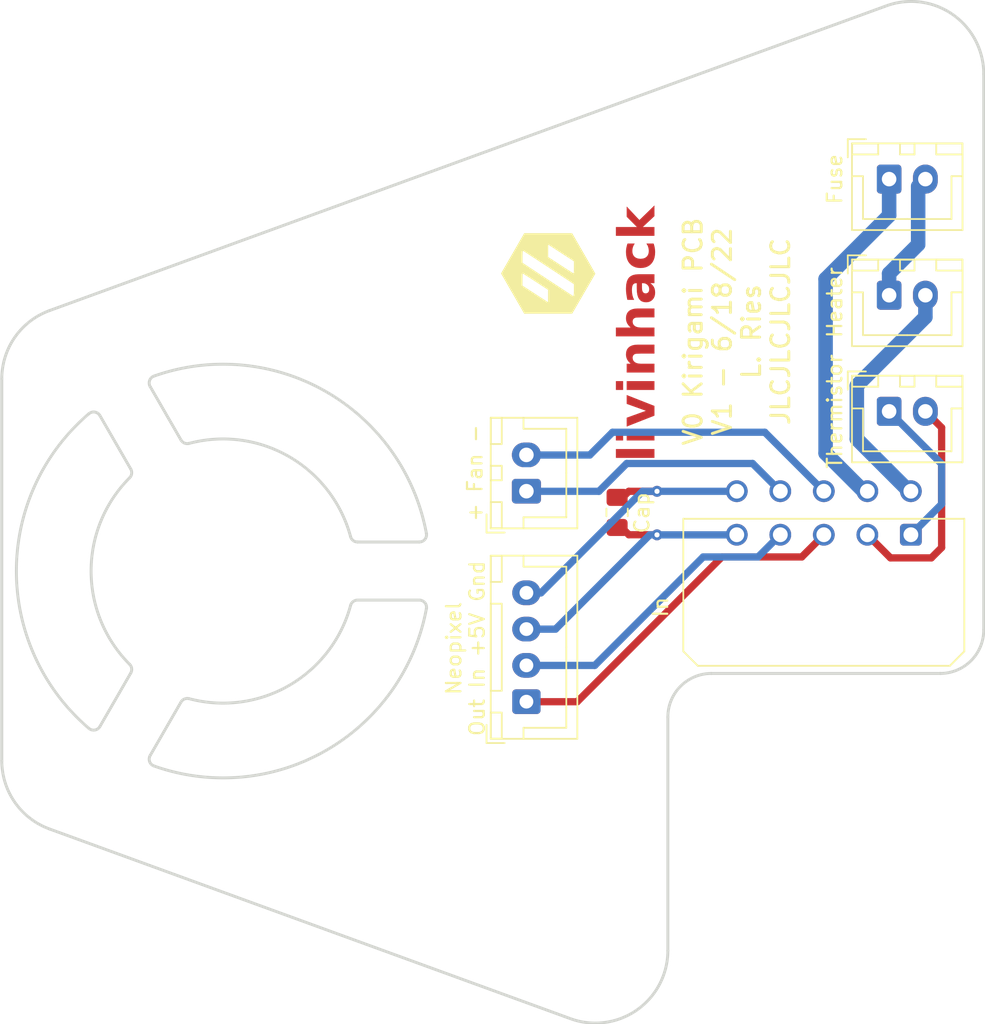
<source format=kicad_pcb>
(kicad_pcb (version 20221018) (generator pcbnew)
  (layers (0 "F.Cu" signal) (31 "B.Cu" signal) (34 "B.Paste" user) (35 "F.Paste" user) (36 "B.SilkS" user "B.Silkscreen") (37 "F.SilkS" user "F.Silkscreen") (38 "B.Mask" user) (39 "F.Mask" user) (44 "Edge.Cuts" user))
  (net 0 "")
  (net 1 "/Thermistor-Pad1")
  (net 2 "/Thermistor-Pad2")
  (net 3 "/Heater-Pad2")
  (net 4 "/Fuse")
  (net 5 "/Fan-")
  (net 6 "/Fan+")
  (net 7 "/NeopixelGND")
  (net 8 "/DataIn")
  (net 9 "/DataOut")
  (net 10 "/Neopixel5v")
  (net 11 "/Heater-Pad1")
  (footprint "MountingHole:MountingHole_3.2mm_M3" (layer "F.Cu") (at 187.719999 83.9)
    (fp_text reference "H1" hide)
    (fp_text value "MountingHole_3.2mm_M3" hide)
    (pad "" np_thru_hole circle (at 0 0) (size 3.2 3.2) (drill 3.2) (layers "*.Cu" "*.Mask"))
  )
  (footprint "Connector_JST:JST_XH_B2B-XH-A_1x02_P2.50mm_Vertical" (layer "F.Cu") (at 201.5 59 90)
    (fp_text reference "J5" hide)
    (fp_text value "Fan" hide)
    (fp_line (start -2.85 -2.75) (end -2.85 -1.5) (stroke (width 0.12)) (layer "F.SilkS"))
    (fp_line (start -2.56 -2.46) (end -2.56 3.51) (stroke (width 0.12)) (layer "F.SilkS"))
    (fp_line (start -2.56 3.51) (end 5.06 3.51) (stroke (width 0.12)) (layer "F.SilkS"))
    (fp_line (start -2.55 -2.45) (end -2.55 -1.7) (stroke (width 0.12)) (layer "F.SilkS"))
    (fp_line (start -2.55 -1.7) (end -0.75 -1.7) (stroke (width 0.12)) (layer "F.SilkS"))
    (fp_line (start -2.55 -0.2) (end -1.8 -0.2) (stroke (width 0.12)) (layer "F.SilkS"))
    (fp_line (start -1.8 -0.2) (end -1.8 2.75) (stroke (width 0.12)) (layer "F.SilkS"))
    (fp_line (start -1.8 2.75) (end 1.25 2.75) (stroke (width 0.12)) (layer "F.SilkS"))
    (fp_line (start -1.6 -2.75) (end -2.85 -2.75) (stroke (width 0.12)) (layer "F.SilkS"))
    (fp_line (start -0.75 -2.45) (end -2.55 -2.45) (stroke (width 0.12)) (layer "F.SilkS"))
    (fp_line (start -0.75 -1.7) (end -0.75 -2.45) (stroke (width 0.12)) (layer "F.SilkS"))
    (fp_line (start 0.75 -2.45) (end 0.75 -1.7) (stroke (width 0.12)) (layer "F.SilkS"))
    (fp_line (start 0.75 -1.7) (end 1.75 -1.7) (stroke (width 0.12)) (layer "F.SilkS"))
    (fp_line (start 1.75 -2.45) (end 0.75 -2.45) (stroke (width 0.12)) (layer "F.SilkS"))
    (fp_line (start 1.75 -1.7) (end 1.75 -2.45) (stroke (width 0.12)) (layer "F.SilkS"))
    (fp_line (start 3.25 -2.45) (end 3.25 -1.7) (stroke (width 0.12)) (layer "F.SilkS"))
    (fp_line (start 3.25 -1.7) (end 5.05 -1.7) (stroke (width 0.12)) (layer "F.SilkS"))
    (fp_line (start 4.3 -0.2) (end 4.3 2.75) (stroke (width 0.12)) (layer "F.SilkS"))
    (fp_line (start 4.3 2.75) (end 1.25 2.75) (stroke (width 0.12)) (layer "F.SilkS"))
    (fp_line (start 5.05 -2.45) (end 3.25 -2.45) (stroke (width 0.12)) (layer "F.SilkS"))
    (fp_line (start 5.05 -1.7) (end 5.05 -2.45) (stroke (width 0.12)) (layer "F.SilkS"))
    (fp_line (start 5.05 -0.2) (end 4.3 -0.2) (stroke (width 0.12)) (layer "F.SilkS"))
    (fp_line (start 5.06 -2.46) (end -2.56 -2.46) (stroke (width 0.12)) (layer "F.SilkS"))
    (fp_line (start 5.06 3.51) (end 5.06 -2.46) (stroke (width 0.12)) (layer "F.SilkS"))
    (pad "1" thru_hole roundrect (at 0 0 90) (size 1.7 2) (drill 1) (layers "*.Cu" "*.Mask") (roundrect_rratio 0.1470588235) (net 6 "/Fan+"))
    (pad "2" thru_hole oval (at 2.5 0 90) (size 1.7 2) (drill 1) (layers "*.Cu" "*.Mask") (net 5 "/Fan-"))
  )
  (footprint "Connector_JST:JST_XH_B2B-XH-A_1x02_P2.50mm_Vertical" (layer "F.Cu") (at 226.5 37.5)
    (fp_text reference "J4" hide)
    (fp_text value "Fuse" hide)
    (fp_line (start -2.85 -2.75) (end -2.85 -1.5) (stroke (width 0.12)) (layer "F.SilkS"))
    (fp_line (start -2.56 -2.46) (end -2.56 3.51) (stroke (width 0.12)) (layer "F.SilkS"))
    (fp_line (start -2.56 3.51) (end 5.06 3.51) (stroke (width 0.12)) (layer "F.SilkS"))
    (fp_line (start -2.55 -2.45) (end -2.55 -1.7) (stroke (width 0.12)) (layer "F.SilkS"))
    (fp_line (start -2.55 -1.7) (end -0.75 -1.7) (stroke (width 0.12)) (layer "F.SilkS"))
    (fp_line (start -2.55 -0.2) (end -1.8 -0.2) (stroke (width 0.12)) (layer "F.SilkS"))
    (fp_line (start -1.8 -0.2) (end -1.8 2.75) (stroke (width 0.12)) (layer "F.SilkS"))
    (fp_line (start -1.8 2.75) (end 1.25 2.75) (stroke (width 0.12)) (layer "F.SilkS"))
    (fp_line (start -1.6 -2.75) (end -2.85 -2.75) (stroke (width 0.12)) (layer "F.SilkS"))
    (fp_line (start -0.75 -2.45) (end -2.55 -2.45) (stroke (width 0.12)) (layer "F.SilkS"))
    (fp_line (start -0.75 -1.7) (end -0.75 -2.45) (stroke (width 0.12)) (layer "F.SilkS"))
    (fp_line (start 0.75 -2.45) (end 0.75 -1.7) (stroke (width 0.12)) (layer "F.SilkS"))
    (fp_line (start 0.75 -1.7) (end 1.75 -1.7) (stroke (width 0.12)) (layer "F.SilkS"))
    (fp_line (start 1.75 -2.45) (end 0.75 -2.45) (stroke (width 0.12)) (layer "F.SilkS"))
    (fp_line (start 1.75 -1.7) (end 1.75 -2.45) (stroke (width 0.12)) (layer "F.SilkS"))
    (fp_line (start 3.25 -2.45) (end 3.25 -1.7) (stroke (width 0.12)) (layer "F.SilkS"))
    (fp_line (start 3.25 -1.7) (end 5.05 -1.7) (stroke (width 0.12)) (layer "F.SilkS"))
    (fp_line (start 4.3 -0.2) (end 4.3 2.75) (stroke (width 0.12)) (layer "F.SilkS"))
    (fp_line (start 4.3 2.75) (end 1.25 2.75) (stroke (width 0.12)) (layer "F.SilkS"))
    (fp_line (start 5.05 -2.45) (end 3.25 -2.45) (stroke (width 0.12)) (layer "F.SilkS"))
    (fp_line (start 5.05 -1.7) (end 5.05 -2.45) (stroke (width 0.12)) (layer "F.SilkS"))
    (fp_line (start 5.05 -0.2) (end 4.3 -0.2) (stroke (width 0.12)) (layer "F.SilkS"))
    (fp_line (start 5.06 -2.46) (end -2.56 -2.46) (stroke (width 0.12)) (layer "F.SilkS"))
    (fp_line (start 5.06 3.51) (end 5.06 -2.46) (stroke (width 0.12)) (layer "F.SilkS"))
    (pad "1" thru_hole roundrect (at 0 0) (size 1.7 2) (drill 1) (layers "*.Cu" "*.Mask") (roundrect_rratio 0.1470588235) (net 4 "/Fuse"))
    (pad "2" thru_hole oval (at 2.5 0) (size 1.7 2) (drill 1) (layers "*.Cu" "*.Mask") (net 11 "/Heater-Pad1"))
  )
  (footprint "Connector_JST:JST_XH_B4B-XH-A_1x04_P2.50mm_Vertical" (layer "F.Cu") (at 201.5 73.5 90)
    (fp_text reference "J6" hide)
    (fp_text value "Neopixel" hide)
    (fp_line (start -2.85 -2.75) (end -2.85 -1.5) (stroke (width 0.12)) (layer "F.SilkS"))
    (fp_line (start -2.56 -2.46) (end -2.56 3.51) (stroke (width 0.12)) (layer "F.SilkS"))
    (fp_line (start -2.56 3.51) (end 10.06 3.51) (stroke (width 0.12)) (layer "F.SilkS"))
    (fp_line (start -2.55 -2.45) (end -2.55 -1.7) (stroke (width 0.12)) (layer "F.SilkS"))
    (fp_line (start -2.55 -1.7) (end -0.75 -1.7) (stroke (width 0.12)) (layer "F.SilkS"))
    (fp_line (start -2.55 -0.2) (end -1.8 -0.2) (stroke (width 0.12)) (layer "F.SilkS"))
    (fp_line (start -1.8 -0.2) (end -1.8 2.75) (stroke (width 0.12)) (layer "F.SilkS"))
    (fp_line (start -1.8 2.75) (end 3.75 2.75) (stroke (width 0.12)) (layer "F.SilkS"))
    (fp_line (start -1.6 -2.75) (end -2.85 -2.75) (stroke (width 0.12)) (layer "F.SilkS"))
    (fp_line (start -0.75 -2.45) (end -2.55 -2.45) (stroke (width 0.12)) (layer "F.SilkS"))
    (fp_line (start -0.75 -1.7) (end -0.75 -2.45) (stroke (width 0.12)) (layer "F.SilkS"))
    (fp_line (start 0.75 -2.45) (end 0.75 -1.7) (stroke (width 0.12)) (layer "F.SilkS"))
    (fp_line (start 0.75 -1.7) (end 6.75 -1.7) (stroke (width 0.12)) (layer "F.SilkS"))
    (fp_line (start 6.75 -2.45) (end 0.75 -2.45) (stroke (width 0.12)) (layer "F.SilkS"))
    (fp_line (start 6.75 -1.7) (end 6.75 -2.45) (stroke (width 0.12)) (layer "F.SilkS"))
    (fp_line (start 8.25 -2.45) (end 8.25 -1.7) (stroke (width 0.12)) (layer "F.SilkS"))
    (fp_line (start 8.25 -1.7) (end 10.05 -1.7) (stroke (width 0.12)) (layer "F.SilkS"))
    (fp_line (start 9.3 -0.2) (end 9.3 2.75) (stroke (width 0.12)) (layer "F.SilkS"))
    (fp_line (start 9.3 2.75) (end 3.75 2.75) (stroke (width 0.12)) (layer "F.SilkS"))
    (fp_line (start 10.05 -2.45) (end 8.25 -2.45) (stroke (width 0.12)) (layer "F.SilkS"))
    (fp_line (start 10.05 -1.7) (end 10.05 -2.45) (stroke (width 0.12)) (layer "F.SilkS"))
    (fp_line (start 10.05 -0.2) (end 9.3 -0.2) (stroke (width 0.12)) (layer "F.SilkS"))
    (fp_line (start 10.06 -2.46) (end -2.56 -2.46) (stroke (width 0.12)) (layer "F.SilkS"))
    (fp_line (start 10.06 3.51) (end 10.06 -2.46) (stroke (width 0.12)) (layer "F.SilkS"))
    (pad "1" thru_hole roundrect (at 0 0 90) (size 1.7 1.95) (drill 0.95) (layers "*.Cu" "*.Mask") (roundrect_rratio 0.1470588235) (net 9 "/DataOut"))
    (pad "2" thru_hole oval (at 2.5 0 90) (size 1.7 1.95) (drill 0.95) (layers "*.Cu" "*.Mask") (net 8 "/DataIn"))
    (pad "3" thru_hole oval (at 5 0 90) (size 1.7 1.95) (drill 0.95) (layers "*.Cu" "*.Mask") (net 10 "/Neopixel5v"))
    (pad "4" thru_hole oval (at 7.5 0 90) (size 1.7 1.95) (drill 0.95) (layers "*.Cu" "*.Mask") (net 7 "/NeopixelGND"))
  )
  (footprint "MountingHole:MountingHole_3.2mm_M3" (layer "F.Cu") (at 192.489999 76.4)
    (fp_text reference "H6" hide)
    (fp_text value "MountingHole_3.2mm_M3" hide)
    (pad "" np_thru_hole circle (at 0 0) (size 3.2 3.2) (drill 3.2) (layers "*.Cu" "*.Mask"))
  )
  (footprint "MountingHole:MountingHole_3.2mm_M3" (layer "F.Cu") (at 192.489999 52.6)
    (fp_text reference "H8" hide)
    (fp_text value "MountingHole_3.2mm_M3" hide)
    (pad "" np_thru_hole circle (at 0 0) (size 3.2 3.2) (drill 3.2) (layers "*.Cu" "*.Mask"))
  )
  (footprint "Connector_JST:JST_XH_B2B-XH-A_1x02_P2.50mm_Vertical" (layer "F.Cu") (at 226.5 53.5)
    (fp_text reference "J2" hide)
    (fp_text value "Thermistor" hide)
    (fp_line (start -2.85 -2.75) (end -2.85 -1.5) (stroke (width 0.12)) (layer "F.SilkS"))
    (fp_line (start -2.56 -2.46) (end -2.56 3.51) (stroke (width 0.12)) (layer "F.SilkS"))
    (fp_line (start -2.56 3.51) (end 5.06 3.51) (stroke (width 0.12)) (layer "F.SilkS"))
    (fp_line (start -2.55 -2.45) (end -2.55 -1.7) (stroke (width 0.12)) (layer "F.SilkS"))
    (fp_line (start -2.55 -1.7) (end -0.75 -1.7) (stroke (width 0.12)) (layer "F.SilkS"))
    (fp_line (start -2.55 -0.2) (end -1.8 -0.2) (stroke (width 0.12)) (layer "F.SilkS"))
    (fp_line (start -1.8 -0.2) (end -1.8 2.75) (stroke (width 0.12)) (layer "F.SilkS"))
    (fp_line (start -1.8 2.75) (end 1.25 2.75) (stroke (width 0.12)) (layer "F.SilkS"))
    (fp_line (start -1.6 -2.75) (end -2.85 -2.75) (stroke (width 0.12)) (layer "F.SilkS"))
    (fp_line (start -0.75 -2.45) (end -2.55 -2.45) (stroke (width 0.12)) (layer "F.SilkS"))
    (fp_line (start -0.75 -1.7) (end -0.75 -2.45) (stroke (width 0.12)) (layer "F.SilkS"))
    (fp_line (start 0.75 -2.45) (end 0.75 -1.7) (stroke (width 0.12)) (layer "F.SilkS"))
    (fp_line (start 0.75 -1.7) (end 1.75 -1.7) (stroke (width 0.12)) (layer "F.SilkS"))
    (fp_line (start 1.75 -2.45) (end 0.75 -2.45) (stroke (width 0.12)) (layer "F.SilkS"))
    (fp_line (start 1.75 -1.7) (end 1.75 -2.45) (stroke (width 0.12)) (layer "F.SilkS"))
    (fp_line (start 3.25 -2.45) (end 3.25 -1.7) (stroke (width 0.12)) (layer "F.SilkS"))
    (fp_line (start 3.25 -1.7) (end 5.05 -1.7) (stroke (width 0.12)) (layer "F.SilkS"))
    (fp_line (start 4.3 -0.2) (end 4.3 2.75) (stroke (width 0.12)) (layer "F.SilkS"))
    (fp_line (start 4.3 2.75) (end 1.25 2.75) (stroke (width 0.12)) (layer "F.SilkS"))
    (fp_line (start 5.05 -2.45) (end 3.25 -2.45) (stroke (width 0.12)) (layer "F.SilkS"))
    (fp_line (start 5.05 -1.7) (end 5.05 -2.45) (stroke (width 0.12)) (layer "F.SilkS"))
    (fp_line (start 5.05 -0.2) (end 4.3 -0.2) (stroke (width 0.12)) (layer "F.SilkS"))
    (fp_line (start 5.06 -2.46) (end -2.56 -2.46) (stroke (width 0.12)) (layer "F.SilkS"))
    (fp_line (start 5.06 3.51) (end 5.06 -2.46) (stroke (width 0.12)) (layer "F.SilkS"))
    (pad "1" thru_hole roundrect (at 0 0) (size 1.7 2) (drill 1) (layers "*.Cu" "*.Mask") (roundrect_rratio 0.1470588235) (net 1 "/Thermistor-Pad1"))
    (pad "2" thru_hole oval (at 2.5 0) (size 1.7 2) (drill 1) (layers "*.Cu" "*.Mask") (net 2 "/Thermistor-Pad2"))
  )
  (footprint "MountingHole:MountingHole_3.2mm_M3" (layer "F.Cu") (at 206.249999 90.64)
    (fp_text reference "H2" hide)
    (fp_text value "MountingHole_3.2mm_M3" hide)
    (pad "" np_thru_hole circle (at 0 0) (size 3.2 3.2) (drill 3.2) (layers "*.Cu" "*.Mask"))
  )
  (footprint "Connector_JST:JST_XH_B2B-XH-A_1x02_P2.50mm_Vertical" (layer "F.Cu") (at 226.5 45.5)
    (fp_text reference "J3" hide)
    (fp_text value "Heater" hide)
    (fp_line (start -2.85 -2.75) (end -2.85 -1.5) (stroke (width 0.12)) (layer "F.SilkS"))
    (fp_line (start -2.56 -2.46) (end -2.56 3.51) (stroke (width 0.12)) (layer "F.SilkS"))
    (fp_line (start -2.56 3.51) (end 5.06 3.51) (stroke (width 0.12)) (layer "F.SilkS"))
    (fp_line (start -2.55 -2.45) (end -2.55 -1.7) (stroke (width 0.12)) (layer "F.SilkS"))
    (fp_line (start -2.55 -1.7) (end -0.75 -1.7) (stroke (width 0.12)) (layer "F.SilkS"))
    (fp_line (start -2.55 -0.2) (end -1.8 -0.2) (stroke (width 0.12)) (layer "F.SilkS"))
    (fp_line (start -1.8 -0.2) (end -1.8 2.75) (stroke (width 0.12)) (layer "F.SilkS"))
    (fp_line (start -1.8 2.75) (end 1.25 2.75) (stroke (width 0.12)) (layer "F.SilkS"))
    (fp_line (start -1.6 -2.75) (end -2.85 -2.75) (stroke (width 0.12)) (layer "F.SilkS"))
    (fp_line (start -0.75 -2.45) (end -2.55 -2.45) (stroke (width 0.12)) (layer "F.SilkS"))
    (fp_line (start -0.75 -1.7) (end -0.75 -2.45) (stroke (width 0.12)) (layer "F.SilkS"))
    (fp_line (start 0.75 -2.45) (end 0.75 -1.7) (stroke (width 0.12)) (layer "F.SilkS"))
    (fp_line (start 0.75 -1.7) (end 1.75 -1.7) (stroke (width 0.12)) (layer "F.SilkS"))
    (fp_line (start 1.75 -2.45) (end 0.75 -2.45) (stroke (width 0.12)) (layer "F.SilkS"))
    (fp_line (start 1.75 -1.7) (end 1.75 -2.45) (stroke (width 0.12)) (layer "F.SilkS"))
    (fp_line (start 3.25 -2.45) (end 3.25 -1.7) (stroke (width 0.12)) (layer "F.SilkS"))
    (fp_line (start 3.25 -1.7) (end 5.05 -1.7) (stroke (width 0.12)) (layer "F.SilkS"))
    (fp_line (start 4.3 -0.2) (end 4.3 2.75) (stroke (width 0.12)) (layer "F.SilkS"))
    (fp_line (start 4.3 2.75) (end 1.25 2.75) (stroke (width 0.12)) (layer "F.SilkS"))
    (fp_line (start 5.05 -2.45) (end 3.25 -2.45) (stroke (width 0.12)) (layer "F.SilkS"))
    (fp_line (start 5.05 -1.7) (end 5.05 -2.45) (stroke (width 0.12)) (layer "F.SilkS"))
    (fp_line (start 5.05 -0.2) (end 4.3 -0.2) (stroke (width 0.12)) (layer "F.SilkS"))
    (fp_line (start 5.06 -2.46) (end -2.56 -2.46) (stroke (width 0.12)) (layer "F.SilkS"))
    (fp_line (start 5.06 3.51) (end 5.06 -2.46) (stroke (width 0.12)) (layer "F.SilkS"))
    (pad "1" thru_hole roundrect (at 0 0) (size 1.7 2) (drill 1) (layers "*.Cu" "*.Mask") (roundrect_rratio 0.1470588235) (net 11 "/Heater-Pad1"))
    (pad "2" thru_hole oval (at 2.5 0) (size 1.7 2) (drill 1) (layers "*.Cu" "*.Mask") (net 3 "/Heater-Pad2"))
  )
  (footprint "Capacitor_SMD:C_0805_2012Metric_Pad1.18x1.45mm_HandSolder" (layer "F.Cu") (at 207.75 60.4625 90)
    (fp_text reference "C1" hide)
    (fp_text value "Cap" hide)
    (fp_line (start -0.261252 -0.735) (end 0.261252 -0.735) (stroke (width 0.12)) (layer "F.SilkS"))
    (fp_line (start -0.261252 0.735) (end 0.261252 0.735) (stroke (width 0.12)) (layer "F.SilkS"))
    (pad "1" smd roundrect (at -1.0375 0 90) (size 1.175 1.45) (layers "F.Cu" "F.Paste" "F.Mask") (roundrect_rratio 0.2127659574) (net 10 "/Neopixel5v"))
    (pad "2" smd roundrect (at 1.0375 0 90) (size 1.175 1.45) (layers "F.Cu" "F.Paste" "F.Mask") (roundrect_rratio 0.2127659574) (net 7 "/NeopixelGND"))
  )
  (footprint "MountingHole:MountingHole_3.2mm_M3" (layer "F.Cu") (at 168.69 76.4)
    (fp_text reference "H5" hide)
    (fp_text value "MountingHole_3.2mm_M3" hide)
    (pad "" np_thru_hole circle (at 0 0) (size 3.2 3.2) (drill 3.2) (layers "*.Cu" "*.Mask"))
  )
  (footprint "MountingHole:MountingHole_3.2mm_M3" (layer "F.Cu") (at 168.689999 52.6)
    (fp_text reference "H7" hide)
    (fp_text value "MountingHole_3.2mm_M3" hide)
    (pad "" np_thru_hole circle (at 0 0) (size 3.2 3.2) (drill 3.2) (layers "*.Cu" "*.Mask"))
  )
  (footprint "TRA_KiCad_Footprints:VoronLogo_6pt5mm_silkScreen" (layer "F.Cu") (at 203 44 90)
    (fp_text reference "G***" hide)
    (fp_text value "LOGO" hide)
    (fp_poly (pts (xy 2.7686 -1.64985) (xy 2.7686 1.649849) (xy 1.379308 2.450524) (xy 1.039339 2.646185) (xy 0.729012 2.824267) (xy 0.458882 2.978754) (xy 0.239505 3.10363) (xy 0.081439 3.192877) (xy -0.004761 3.240478) (xy -0.017692 3.24677) (xy -0.061819 3.221166) (xy -0.183209 3.150713) (xy -0.371255 3.041566) (xy -0.615351 2.899881) (xy -0.904891 2.731815) (xy -1.229269 2.543525) (xy -1.397 2.446162) (xy -2.622352 1.734876) (xy -1.566334 1.734876) (xy -1.527559 1.754402) (xy -1.409521 1.769187) (xy -1.234533 1.776891) (xy -1.159934 1.777479) (xy -0.7366 1.776959) (xy -0.722179 1.755076) (xy 0 1.755076) (xy 0.04685 1.765563) (xy 0.171616 1.7735) (xy 0.350623 1.777596) (xy 0.4191 1.777886) (xy 0.8382 1.777772) (xy 1.3208 1.034043) (xy 1.485838 0.779678) (xy 1.637963 0.545166) (xy 1.765863 0.347951) (xy 1.858223 0.205476) (xy 1.897288 0.145156) (xy 1.991177 0) (xy 1.129093 0) (xy 0.564546 0.866076) (xy 0.394034 1.128735) (xy 0.244186 1.361619) (xy 0.123286 1.551683) (xy 0.039618 1.685882) (xy 0.001465 1.751172) (xy 0 1.755076) (xy -0.722179 1.755076) (xy 0.4064 0.042603) (xy 0.654036 -0.333568) (xy 0.884037 -0.683745) (xy 1.09042 -0.998762) (xy 1.267202 -1.269449) (xy 1.408399 -1.486639) (xy 1.508029 -1.641163) (xy 1.560108 -1.723852) (xy 1.566333 -1.734877) (xy 1.527558 -1.754403) (xy 1.40952 -1.769188) (xy 1.234532 -1.776892) (xy 1.159933 -1.77748) (xy 0.7366 -1.77696) (xy -0.4064 -0.042604) (xy -0.654037 0.333567) (xy -0.884038 0.683744) (xy -1.090421 0.998761) (xy -1.267203 1.269448) (xy -1.4084 1.486638) (xy -1.50803 1.641162) (xy -1.560109 1.723851) (xy -1.566334 1.734876) (xy -2.622352 1.734876) (xy -2.7686 1.649983) (xy -2.7686 0) (xy -1.991178 0) (xy -1.129094 0) (xy -0.564547 -0.866077) (xy -0.394035 -1.128736) (xy -0.244187 -1.36162) (xy -0.123287 -1.551684) (xy -0.039619 -1.685883) (xy -0.001466 -1.751173) (xy 0 -1.755077) (xy -0.046851 -1.765564) (xy -0.171617 -1.773501) (xy -0.350624 -1.777597) (xy -0.4191 -1.777887) (xy -0.8382 -1.777773) (xy -1.3208 -1.034044) (xy -1.485839 -0.779679) (xy -1.637964 -0.545167) (xy -1.765864 -0.347952) (xy -1.858224 -0.205477) (xy -1.897289 -0.145157) (xy -1.991178 0) (xy -2.7686 0) (xy -2.7686 -1.64985) (xy 0 -3.245448) (xy 2.7686 -1.64985)) (stroke (width 0.01)) (fill solid) (layer "F.SilkS"))
  )
  (footprint "MountingHole:MountingHole_3.2mm_M3" (layer "F.Cu") (at 187.709999 44.92)
    (fp_text reference "H3" hide)
    (fp_text value "MountingHole_3.2mm_M3" hide)
    (pad "" np_thru_hole circle (at 0 0) (size 3.2 3.2) (drill 3.2) (layers "F&B.Cu" "*.Mask"))
  )
  (footprint "MountingHole:MountingHole_3.2mm_M3" (layer "F.Cu") (at 227.879999 30.31)
    (fp_text reference "H4" hide)
    (fp_text value "MountingHole_3.2mm_M3" hide)
    (pad "" np_thru_hole circle (at 0 0) (size 3.2 3.2) (drill 3.2) (layers "*.Cu" "*.Mask"))
  )
  (footprint "KiriPCB:Molex_Micro-Fit_3.0_43045-1000_2x05_P3.00mm_Horizontal" (layer "F.Cu") (at 228 62 180)
    (fp_text reference "J1" hide)
    (fp_text value "In" hide)
    (fp_line (start -3.685 -8.03) (end -2.685 -9.03) (stroke (width 0.12)) (layer "F.SilkS"))
    (fp_line (start -3.685 1.1) (end -3.685 -8.03) (stroke (width 0.12)) (layer "F.SilkS"))
    (fp_line (start -2.685 -9.03) (end 14.685 -9.03) (stroke (width 0.12)) (layer "F.SilkS"))
    (fp_line (start 14.685 -9.03) (end 15.685 -8.03) (stroke (width 0.12)) (layer "F.SilkS"))
    (fp_line (start 15.685 -8.03) (end 15.685 1.1) (stroke (width 0.12)) (layer "F.SilkS"))
    (fp_line (start 15.685 1.1) (end -3.685 1.1) (stroke (width 0.12)) (layer "F.SilkS"))
    (pad "" np_thru_hole circle (at 2.16 -4.32 180) (size 3 3) (drill 3) (layers "*.Cu" "*.Mask"))
    (pad "" np_thru_hole circle (at 9.86 -4.32 180) (size 3 3) (drill 3) (layers "*.Cu" "*.Mask"))
    (pad "1" thru_hole roundrect (at 0 0 180) (size 1.5 1.5) (drill 1.02) (layers "*.Cu" "*.Mask") (roundrect_rratio 0.1666673333) (net 1 "/Thermistor-Pad1"))
    (pad "2" thru_hole circle (at 3 0 180) (size 1.5 1.5) (drill 1.02) (layers "*.Cu" "*.Mask") (net 2 "/Thermistor-Pad2"))
    (pad "3" thru_hole circle (at 6 0 180) (size 1.5 1.5) (drill 1.02) (layers "*.Cu" "*.Mask") (net 9 "/DataOut"))
    (pad "4" thru_hole circle (at 9 0 180) (size 1.5 1.5) (drill 1.02) (layers "*.Cu" "*.Mask") (net 8 "/DataIn"))
    (pad "5" thru_hole circle (at 12 0 180) (size 1.5 1.5) (drill 1.02) (layers "*.Cu" "*.Mask") (net 10 "/Neopixel5v"))
    (pad "6" thru_hole circle (at 0 3 180) (size 1.5 1.5) (drill 1.02) (layers "*.Cu" "*.Mask") (net 3 "/Heater-Pad2"))
    (pad "7" thru_hole circle (at 3 3 180) (size 1.5 1.5) (drill 1.02) (layers "*.Cu" "*.Mask") (net 4 "/Fuse"))
    (pad "8" thru_hole circle (at 6 3 180) (size 1.5 1.5) (drill 1.02) (layers "*.Cu" "*.Mask") (net 5 "/Fan-"))
    (pad "9" thru_hole circle (at 9 3 180) (size 1.5 1.5) (drill 1.02) (layers "*.Cu" "*.Mask") (net 6 "/Fan+"))
    (pad "10" thru_hole circle (at 12 3 180) (size 1.5 1.5) (drill 1.02) (layers "*.Cu" "*.Mask") (net 7 "/NeopixelGND"))
  )
  (gr_line (start 174.227037 71.528137) (end 172.101011 75.210523) (stroke (width 0.2)) (layer "Edge.Cuts"))
  (gr_arc (start 174.227037 57.474166) (mid 174.289819 57.789022) (end 174.148162 58.077134) (stroke (width 0.2)) (layer "Edge.Cuts"))
  (gr_arc (start 174.148162 70.925169) (mid 171.493469 64.501151) (end 174.148162 58.077134) (stroke (width 0.2)) (layer "Edge.Cuts"))
  (gr_arc (start 174.148162 70.925169) (mid 174.289772 71.213288) (end 174.227037 71.528137) (stroke (width 0.2)) (layer "Edge.Cuts"))
  (gr_arc (start 211.249999 74.556634) (mid 212.128662 72.435297) (end 214.249999 71.556634) (stroke (width 0.2)) (layer "Edge.Cuts"))
  (gr_arc (start 194.114287 66.501151) (mid 194.498661 66.681332) (end 194.605953 67.09206) (stroke (width 0.2)) (layer "Edge.Cuts"))
  (gr_arc (start 165.339044 51.255714) (mid 166.243283 48.387832) (end 168.628943 46.557251) (stroke (width 0.2)) (layer "Edge.Cuts"))
  (gr_arc (start 226.31297 25.561983) (mid 230.890964 26.164669) (end 233.023071 30.260446) (stroke (width 0.2)) (layer "Edge.Cuts"))
  (gr_arc (start 177.691139 73.528137) (mid 177.932413 73.31632) (end 178.252762 73.294961) (stroke (width 0.2)) (layer "Edge.Cuts"))
  (gr_line (start 233.023071 30.260446) (end 233.023071 68.545106) (stroke (width 0.2)) (layer "Edge.Cuts"))
  (gr_arc (start 189.379487 66.870943) (mid 189.558174 66.604211) (end 189.862235 66.501151) (stroke (width 0.2)) (layer "Edge.Cuts"))
  (gr_line (start 177.691139 55.474166) (end 175.565112 51.79178) (stroke (width 0.2)) (layer "Edge.Cuts"))
  (gr_arc (start 178.252762 55.707342) (mid 177.93244 55.685918) (end 177.691139 55.474166) (stroke (width 0.2)) (layer "Edge.Cuts"))
  (gr_line (start 189.862235 66.501151) (end 194.114287 66.501151) (stroke (width 0.2)) (layer "Edge.Cuts"))
  (gr_arc (start 171.343435 75.340863) (mid 166.343469 64.501151) (end 171.343435 53.661439) (stroke (width 0.2)) (layer "Edge.Cuts"))
  (gr_arc (start 211.249999 90.643704) (mid 209.117879 94.739462) (end 204.539898 95.342167) (stroke (width 0.2)) (layer "Edge.Cuts"))
  (gr_arc (start 189.379487 66.870943) (mid 185.14347 72.381982) (end 178.252762 73.294961) (stroke (width 0.2)) (layer "Edge.Cuts"))
  (gr_line (start 204.539898 95.342167) (end 168.628943 82.271648) (stroke (width 0.2)) (layer "Edge.Cuts"))
  (gr_arc (start 178.252762 55.707342) (mid 185.143484 56.620298) (end 189.379487 62.13136) (stroke (width 0.2)) (layer "Edge.Cuts"))
  (gr_arc (start 175.565112 51.79178) (mid 175.529006 51.368826) (end 175.831022 51.07053) (stroke (width 0.2)) (layer "Edge.Cuts"))
  (gr_line (start 165.339044 77.573185) (end 165.339044 51.255714) (stroke (width 0.2)) (layer "Edge.Cuts"))
  (gr_arc (start 168.628943 82.271648) (mid 166.24327 80.441076) (end 165.339044 77.573185) (stroke (width 0.2)) (layer "Edge.Cuts"))
  (gr_arc (start 189.862235 62.501151) (mid 189.558176 62.398089) (end 189.379487 62.13136) (stroke (width 0.2)) (layer "Edge.Cuts"))
  (gr_line (start 194.114287 62.501151) (end 189.862235 62.501151) (stroke (width 0.2)) (layer "Edge.Cuts"))
  (gr_arc (start 175.831022 51.07053) (mid 187.718469 52.160291) (end 194.605953 61.910242) (stroke (width 0.2)) (layer "Edge.Cuts"))
  (gr_line (start 230.023093 71.556634) (end 214.249999 71.556634) (stroke (width 0.2)) (layer "Edge.Cuts"))
  (gr_line (start 175.565112 77.210523) (end 177.691139 73.528137) (stroke (width 0.2)) (layer "Edge.Cuts"))
  (gr_arc (start 171.343435 53.661439) (mid 171.752777 53.549023) (end 172.101011 53.79178) (stroke (width 0.2)) (layer "Edge.Cuts"))
  (gr_arc (start 194.605953 67.09206) (mid 187.71847 76.842012) (end 175.831022 77.931773) (stroke (width 0.2)) (layer "Edge.Cuts"))
  (gr_arc (start 175.831022 77.931773) (mid 175.528965 77.633492) (end 175.565112 77.210523) (stroke (width 0.2)) (layer "Edge.Cuts"))
  (gr_arc (start 172.101011 75.210523) (mid 171.752775 75.453271) (end 171.343435 75.340863) (stroke (width 0.2)) (layer "Edge.Cuts"))
  (gr_line (start 211.249999 74.556634) (end 211.249999 90.643704) (stroke (width 0.2)) (layer "Edge.Cuts"))
  (gr_arc (start 194.605953 61.910242) (mid 194.498669 62.320976) (end 194.114287 62.501151) (stroke (width 0.2)) (layer "Edge.Cuts"))
  (gr_arc (start 233.023071 68.545106) (mid 232.148468 70.673858) (end 230.023093 71.556634) (stroke (width 0.2)) (layer "Edge.Cuts"))
  (gr_line (start 172.101011 53.79178) (end 174.227037 57.474166) (stroke (width 0.2)) (layer "Edge.Cuts"))
  (gr_line (start 168.628943 46.557251) (end 226.31297 25.561983) (stroke (width 0.2)) (layer "Edge.Cuts"))
  (gr_text "livinhack" (at 210.75 57 90) (layer "F.Cu") (effects (font (size 2.5 2.5) (thickness 0.3) bold) (justify left bottom)))
  (gr_text "Heater" (at 222.75 46 90) (layer "F.SilkS") (effects (font (size 1 1))))
  (gr_text "Thermistor" (at 222.75 53.5 90) (layer "F.SilkS") (effects (font (size 1 1))))
  (gr_text "Cap" (at 209.46 60.5 90) (layer "F.SilkS") (effects (font (size 1 1))))
  (gr_text "V0 Kirigami PCB\nV1 - 6/18/22\nL. Ries\nJLCJLCJLCJLC" (at 216 48 90) (layer "F.SilkS") (effects (font (size 1.25 1.25) (thickness 0.2))))
  (gr_text "Neopixel\nOut In +5V Gnd" (at 197.3 69.83 90) (layer "F.SilkS") (effects (font (size 1 1))))
  (gr_text "Fuse" (at 222.75 37.5 90) (layer "F.SilkS") (effects (font (size 1 1))))
  (gr_text "+ Fan -" (at 197.95 57.75 90) (layer "F.SilkS") (effects (font (size 1 1))))
  (gr_text "In\n" (at 210.75 66.99 90) (layer "F.SilkS") (effects (font (size 1 1))))
  (segment (start 230.12 57.1225) (end 226.5011 53.5036) (width 0.5) (layer "B.Cu") (net 1))
  (segment (start 228.0011 62.0086) (end 230.12 59.8897) (width 0.5) (layer "B.Cu") (net 1))
  (segment (start 230.12 59.8897) (end 230.12 57.1225) (width 0.5) (layer "B.Cu") (net 1))
  (segment (start 226.5946 63.5946) (end 225 62) (width 0.5) (layer "F.Cu") (net 2))
  (segment (start 229.4101 63.5946) (end 226.5946 63.5946) (width 0.5) (layer "F.Cu") (net 2))
  (segment (start 230.12 62.8847) (end 229.4101 63.5946) (width 0.5) (layer "F.Cu") (net 2))
  (segment (start 230.12 54.62) (end 230.12 62.8847) (width 0.5) (layer "F.Cu") (net 2))
  (segment (start 229 53.5) (end 230.12 54.62) (width 0.5) (layer "F.Cu") (net 2))
  (segment (start 224.2747 55.406944) (end 224.2747 51.73) (width 1) (layer "B.Cu") (net 3))
  (segment (start 227.867756 59) (end 224.2747 55.406944) (width 1) (layer "B.Cu") (net 3))
  (segment (start 224.2747 51.73) (end 229.0011 47.0036) (width 1) (layer "B.Cu") (net 3))
  (segment (start 229.0011 47.0036) (end 229.0011 45.5036) (width 1) (layer "B.Cu") (net 3))
  (segment (start 226.5011 40.0036) (end 226.5011 37.5036) (width 1) (layer "B.Cu") (net 4))
  (segment (start 224.746612 59.0086) (end 222.1223 56.384288) (width 1) (layer "B.Cu") (net 4))
  (segment (start 222.1223 44.3824) (end 226.5011 40.0036) (width 1) (layer "B.Cu") (net 4))
  (segment (start 225.0011 59.0086) (end 224.746612 59.0086) (width 1) (layer "B.Cu") (net 4))
  (segment (start 222.1223 56.384288) (end 222.1223 44.3824) (width 1) (layer "B.Cu") (net 4))
  (segment (start 207.436643 54.9388) (end 217.9313 54.9388) (width 0.5) (layer "B.Cu") (net 5))
  (segment (start 205.866843 56.5086) (end 207.436643 54.9388) (width 0.5) (layer "B.Cu") (net 5))
  (segment (start 217.9313 54.9388) (end 222.0011 59.0086) (width 0.5) (layer "B.Cu") (net 5))
  (segment (start 201.5061 56.5086) (end 205.866843 56.5086) (width 0.5) (layer "B.Cu") (net 5))
  (segment (start 208.413987 57.0912) (end 217.088212 57.0912) (width 0.5) (layer "B.Cu") (net 6))
  (segment (start 219.0011 59.004088) (end 217.088212 57.0912) (width 0.5) (layer "B.Cu") (net 6))
  (segment (start 201.5061 59.0086) (end 206.496587 59.0086) (width 0.5) (layer "B.Cu") (net 6))
  (segment (start 206.496587 59.0086) (end 208.413987 57.0912) (width 0.5) (layer "B.Cu") (net 6))
  (segment (start 208.5561 59.0086) (end 208.0011 59.5636) (width 0.5) (layer "F.Cu") (net 7))
  (segment (start 210.5011 59.0086) (end 208.5561 59.0086) (width 0.5) (layer "F.Cu") (net 7))
  (via (at 210.5011 59.0086) (size 0.7564) (drill 0.35) (layers "F.Cu" "B.Cu") (net 7))
  (segment (start 209.5011 59.0086) (end 202.5061 66.0036) (width 0.5) (layer "B.Cu") (net 7))
  (segment (start 210.5011 59.0086) (end 209.5011 59.0086) (width 0.5) (layer "B.Cu") (net 7))
  (segment (start 216.0011 59.0086) (end 210.5011 59.0086) (width 0.5) (layer "B.Cu") (net 7))
  (segment (start 202.5061 66.0036) (end 201.5011 66.0036) (width 0.5) (layer "B.Cu") (net 7))
  (segment (start 217.47 63.53) (end 213.684431 63.53) (width 0.5) (layer "B.Cu") (net 8))
  (segment (start 219 62) (end 217.47 63.53) (width 0.5) (layer "B.Cu") (net 8))
  (segment (start 206.210831 71.0036) (end 201.5011 71.0036) (width 0.5) (layer "B.Cu") (net 8))
  (segment (start 213.684431 63.53) (end 206.210831 71.0036) (width 0.5) (layer "B.Cu") (net 8))
  (segment (start 205.0011 73.5036) (end 201.5011 73.5036) (width 0.5) (layer "F.Cu") (net 9))
  (segment (start 214.9747 63.53) (end 205.0011 73.5036) (width 0.5) (layer "F.Cu") (net 9))
  (segment (start 220.4797 63.53) (end 214.9747 63.53) (width 0.5) (layer "F.Cu") (net 9))
  (segment (start 222.0011 62.0086) (end 220.4797 63.53) (width 0.5) (layer "F.Cu") (net 9))
  (segment (start 208.5575 62) (end 208.0011 61.4436) (width 0.5) (layer "F.Cu") (net 10))
  (segment (start 210.4925 62) (end 208.5575 62) (width 0.5) (layer "F.Cu") (net 10))
  (segment (start 210.5011 62.0086) (end 210.4925 62) (width 0.5) (layer "F.Cu") (net 10))
  (via (at 210.5 62.0086) (size 0.7564) (drill 0.35) (layers "F.Cu" "B.Cu") (net 10))
  (segment (start 216.0011 62.0086) (end 210.5011 62.0086) (width 0.5) (layer "B.Cu") (net 10))
  (segment (start 210.0011 62.0086) (end 203.5061 68.5036) (width 0.5) (layer "B.Cu") (net 10))
  (segment (start 203.5061 68.5036) (end 201.5011 68.5036) (width 0.5) (layer "B.Cu") (net 10))
  (segment (start 210.5011 62.0086) (end 210.0011 62.0086) (width 0.5) (layer "B.Cu") (net 10))
  (segment (start 228.5011 42.0036) (end 228.5011 38.0036) (width 1) (layer "B.Cu") (net 11))
  (segment (start 228.5011 38.0036) (end 229.0011 37.5036) (width 1) (layer "B.Cu") (net 11))
  (segment (start 228.5011 42.0036) (end 226.5011 44.0036) (width 1) (layer "B.Cu") (net 11))
  (segment (start 226.5011 45.5036) (end 226.5011 44.0036) (width 1) (layer "B.Cu") (net 11))
)
</source>
